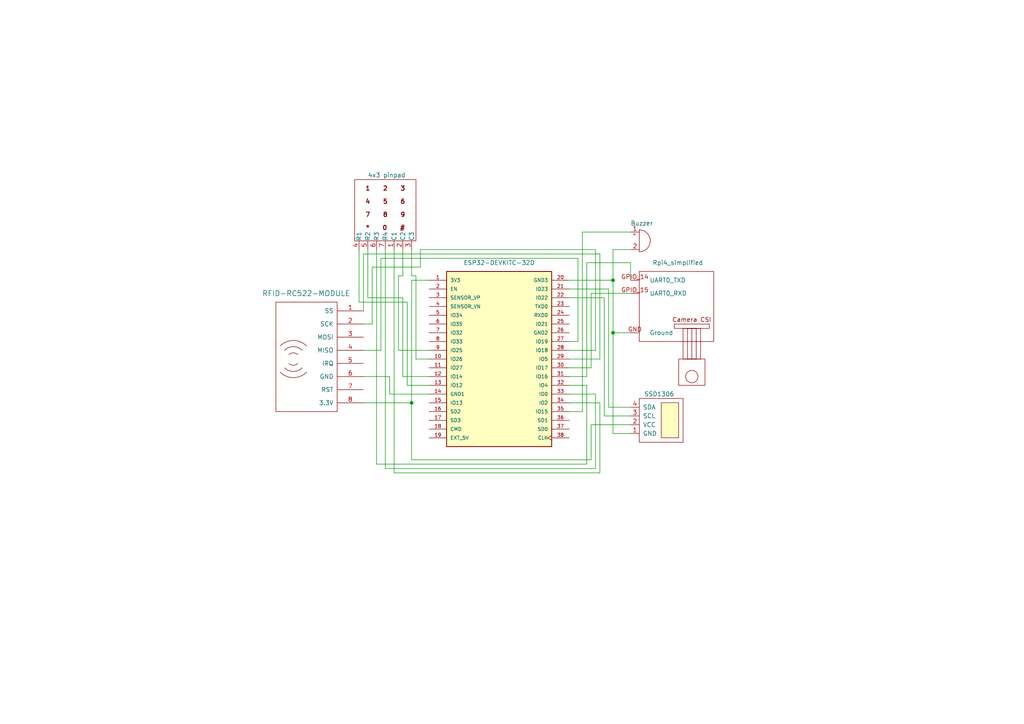
<source format=kicad_sch>
(kicad_sch (version 20211123) (generator eeschema)
  (paper "A4")
  (lib_symbols
    (symbol "Device:Buzzer" (pin_names (offset 0.0254) hide)
      (property "Reference" "BZ" (at 3.81 1.27 0))
      (property "Value" "Buzzer" (at 3.81 -1.27 0))
      (symbol "Buzzer_0_1"
        (arc (start 0 -3.175) (mid 3.175 0) (end 0 3.175))
        (polyline (pts (xy -1.651 1.905) (xy -1.143 1.905)))
        (polyline (pts (xy -1.397 2.159) (xy -1.397 1.651)))
        (polyline (pts (xy 0 3.175) (xy 0 -3.175)))
      )
      (symbol "Buzzer_1_1"
        (pin passive line (at -2.54 2.54 0) (length 2.54) (name "-") (number "1"))
        (pin passive line (at -2.54 -2.54 0) (length 2.54) (name "+") (number "2"))
      )
    )
    (symbol "ESP32-DEVKITC-32D:ESP32-DEVKITC-32D" (pin_names (offset 1.016))
      (property "Reference" "U" (at -15.2572 26.0643 0))
      (property "Value" "ESP32-DEVKITC-32D" (at -15.2563 -27.9698 0))
      (symbol "ESP32-DEVKITC-32D_0_0"
        (rectangle (start -15.24 -25.4) (end 15.24 25.4) (stroke (width 0.254)) (fill (type background)))
        (pin power_in line (at -20.32 22.86 0) (length 5.08) (name "3V3") (number "1"))
        (pin bidirectional line (at -20.32 0 0) (length 5.08) (name "IO26") (number "10"))
        (pin bidirectional line (at -20.32 -2.54 0) (length 5.08) (name "IO27") (number "11"))
        (pin bidirectional line (at -20.32 -5.08 0) (length 5.08) (name "IO14") (number "12"))
        (pin bidirectional line (at -20.32 -7.62 0) (length 5.08) (name "IO12") (number "13"))
        (pin power_in line (at -20.32 -10.16 0) (length 5.08) (name "GND1") (number "14"))
        (pin bidirectional line (at -20.32 -12.7 0) (length 5.08) (name "IO13") (number "15"))
        (pin bidirectional line (at -20.32 -15.24 0) (length 5.08) (name "SD2") (number "16"))
        (pin bidirectional line (at -20.32 -17.78 0) (length 5.08) (name "SD3") (number "17"))
        (pin bidirectional line (at -20.32 -20.32 0) (length 5.08) (name "CMD") (number "18"))
        (pin power_in line (at -20.32 -22.86 0) (length 5.08) (name "EXT_5V") (number "19"))
        (pin input line (at -20.32 20.32 0) (length 5.08) (name "EN") (number "2"))
        (pin power_in line (at 20.32 22.86 180) (length 5.08) (name "GND3") (number "20"))
        (pin bidirectional line (at 20.32 20.32 180) (length 5.08) (name "IO23") (number "21"))
        (pin bidirectional line (at 20.32 17.78 180) (length 5.08) (name "IO22") (number "22"))
        (pin output line (at 20.32 15.24 180) (length 5.08) (name "TXD0") (number "23"))
        (pin input line (at 20.32 12.7 180) (length 5.08) (name "RXD0") (number "24"))
        (pin bidirectional line (at 20.32 10.16 180) (length 5.08) (name "IO21") (number "25"))
        (pin power_in line (at 20.32 7.62 180) (length 5.08) (name "GND2") (number "26"))
        (pin bidirectional line (at 20.32 5.08 180) (length 5.08) (name "IO19") (number "27"))
        (pin bidirectional line (at 20.32 2.54 180) (length 5.08) (name "IO18") (number "28"))
        (pin bidirectional line (at 20.32 0 180) (length 5.08) (name "IO5") (number "29"))
        (pin input line (at -20.32 17.78 0) (length 5.08) (name "SENSOR_VP") (number "3"))
        (pin bidirectional line (at 20.32 -2.54 180) (length 5.08) (name "IO17") (number "30"))
        (pin bidirectional line (at 20.32 -5.08 180) (length 5.08) (name "IO16") (number "31"))
        (pin bidirectional line (at 20.32 -7.62 180) (length 5.08) (name "IO4") (number "32"))
        (pin bidirectional line (at 20.32 -10.16 180) (length 5.08) (name "IO0") (number "33"))
        (pin bidirectional line (at 20.32 -12.7 180) (length 5.08) (name "IO2") (number "34"))
        (pin bidirectional line (at 20.32 -15.24 180) (length 5.08) (name "IO15") (number "35"))
        (pin bidirectional line (at 20.32 -17.78 180) (length 5.08) (name "SD1") (number "36"))
        (pin bidirectional line (at 20.32 -20.32 180) (length 5.08) (name "SD0") (number "37"))
        (pin input clock (at 20.32 -22.86 180) (length 5.08) (name "CLK") (number "38"))
        (pin input line (at -20.32 15.24 0) (length 5.08) (name "SENSOR_VN") (number "4"))
        (pin bidirectional line (at -20.32 12.7 0) (length 5.08) (name "IO34") (number "5"))
        (pin bidirectional line (at -20.32 10.16 0) (length 5.08) (name "IO35") (number "6"))
        (pin bidirectional line (at -20.32 7.62 0) (length 5.08) (name "IO32") (number "7"))
        (pin bidirectional line (at -20.32 5.08 0) (length 5.08) (name "IO33") (number "8"))
        (pin bidirectional line (at -20.32 2.54 0) (length 5.08) (name "IO25") (number "9"))
      )
    )
    (symbol "pinpad:4x3 pinpad" (pin_names (offset 0.002))
      (property "Value" "4x3 pinpad" (at -5.08 0 0))
      (symbol "4x3 pinpad_0_0"
        (text "*    0    #" (at 0 -15.24 0) (effects (font (size 1.27 1.27) bold)))
        (text "1    2    3" (at 0 -3.81 0) (effects (font (size 1.27 1.27) bold)))
        (text "4    5    6" (at 0 -7.62 0) (effects (font (size 1.27 1.27) bold)))
        (text "7    8    9" (at 0 -11.43 0) (effects (font (size 1.27 1.27) bold)))
        (pin output line (at 2.54 -21.59 90) (length 2.54) (name "C1") (number "1"))
        (pin output line (at 5.08 -21.59 90) (length 2.54) (name "C2") (number "2"))
        (pin output line (at 7.62 -21.59 90) (length 2.54) (name "C3") (number "3"))
        (pin output line (at -7.62 -21.59 90) (length 2.54) (name "R1") (number "4"))
        (pin output line (at -5.08 -21.59 90) (length 2.54) (name "R2") (number "5"))
        (pin output line (at -2.54 -21.59 90) (length 2.54) (name "R3") (number "6"))
        (pin output line (at 0 -21.59 90) (length 2.54) (name "R4") (number "7"))
      )
      (symbol "4x3 pinpad_0_1"
        (rectangle (start -8.89 -1.27) (end 8.89 -19.05))
      )
    )
    (symbol "pinpad:RFID-RC522-MODULE" (pin_names (offset 1.016))
      (property "Value" "RFID-RC522-MODULE" (at 10.16 17.78 90))
      (symbol "RFID-RC522-MODULE_0_1"
        (rectangle (start -16.51 11.43) (end 15.24 -6.35))
        (arc (start -3.81 10.16) (mid -5.3875 6.35) (end -3.81 2.54))
        (arc (start -2.54 8.89) (mid -3.5921 6.35) (end -2.54 3.81))
        (arc (start -1.27 7.62) (mid -1.7956 6.35) (end -1.27 5.08))
        (arc (start 1.27 5.08) (mid 1.7956 6.35) (end 1.27 7.62))
        (arc (start 2.54 3.81) (mid 3.5921 6.35) (end 2.54 8.89))
        (arc (start 3.81 2.54) (mid 5.3876 6.35) (end 3.81 10.16))
      )
      (symbol "RFID-RC522-MODULE_1_1"
        (pin input line (at -13.97 -13.97 90) (length 7.62) (name "SS") (number "1"))
        (pin input line (at -10.16 -13.97 90) (length 7.62) (name "SCK") (number "2"))
        (pin input line (at -6.35 -13.97 90) (length 7.62) (name "MOSI") (number "3"))
        (pin input line (at -2.54 -13.97 90) (length 7.62) (name "MISO") (number "4"))
        (pin input line (at 1.27 -13.97 90) (length 7.62) (name "IRQ") (number "5"))
        (pin input line (at 5.08 -13.97 90) (length 7.62) (name "GND") (number "6"))
        (pin input line (at 8.89 -13.97 90) (length 7.62) (name "RST") (number "7"))
        (pin input line (at 12.7 -13.97 90) (length 7.62) (name "3.3V") (number "8"))
      )
    )
    (symbol "pinpad:Rpi4_simplified" (pin_names (offset 3))
      (property "Value" "Rpi4_simplified" (at 0 1.27 0))
      (symbol "Rpi4_simplified_0_0"
        (polyline (pts (xy 2.54 -17.78) (xy 2.54 -26.67) (xy 7.62 -26.67) (xy 7.62 -17.78) (xy 2.54 -17.78)))
        (polyline (pts (xy 3.81 -26.67) (xy 3.81 -17.78) (xy 6.35 -17.78) (xy 6.35 -26.67) (xy 3.81 -26.67) (xy 5.08 -26.67) (xy 5.08 -17.78)))
        (rectangle (start 1.27 -26.67) (end 8.89 -34.29))
        (circle (center 5.08 -31.75) (radius 1.7961))
        (text "Camera CSI" (at 5.08 -15.24 0) (effects (font (size 1.27 1.27))))
        (pin unspecified line (at -12.7 -19.05 0) (length 2.54) (name "Ground") (number "GND"))
        (pin output line (at -12.7 -3.81 0) (length 2.54) (name "UART0_TXD") (number "GPIO_14"))
        (pin input line (at -12.7 -7.62 0) (length 2.54) (name "UART0_RXD") (number "GPIO_15"))
      )
      (symbol "Rpi4_simplified_0_1"
        (rectangle (start -10.16 -1.27) (end 11.43 -21.59))
        (rectangle (start 0 -16.51) (end 10.16 -17.78))
      )
    )
    (symbol "ssd1306:SSD1306" (pin_names (offset 1.016))
      (property "Reference" "Brd?" (at 7.62 1.2701 0))
      (property "Value" "SSD1306" (at 7.62 -1.2699 0))
      (symbol "SSD1306_0_1"
        (rectangle (start -6.35 6.35) (end 6.35 -6.35))
        (rectangle (start -5.08 0) (end 5.08 -5.08) (fill (type background)))
        (rectangle (start 0 -3.81) (end 0 -3.81))
      )
      (symbol "SSD1306_1_1"
        (pin input line (at -3.81 8.89 270) (length 2.54) (name "GND") (number "1"))
        (pin input line (at -1.27 8.89 270) (length 2.54) (name "VCC") (number "2"))
        (pin input line (at 1.27 8.89 270) (length 2.54) (name "SCL") (number "3"))
        (pin input line (at 3.81 8.89 270) (length 2.54) (name "SDA") (number "4"))
      )
    )
  )
  (junction (at 119.38 116.84))
  (junction (at 177.8 81.28))
  (junction (at 177.8 96.52))
  (wire (pts (xy 111.76 72.39) (xy 111.76 135.89)))
  (wire (pts (xy 116.84 109.22) (xy 124.46 109.22)))
  (wire (pts (xy 182.88 85.09) (xy 171.45 85.09)))
  (wire (pts (xy 168.91 67.31) (xy 182.88 67.31)))
  (wire (pts (xy 109.22 72.39) (xy 109.22 134.62)))
  (wire (pts (xy 165.1 109.22) (xy 170.18 109.22)))
  (wire (pts (xy 167.64 74.93) (xy 167.64 99.06)))
  (wire (pts (xy 165.1 99.06) (xy 167.64 99.06)))
  (wire (pts (xy 182.88 120.65) (xy 175.26 120.65)))
  (wire (pts (xy 105.41 73.66) (xy 173.99 73.66)))
  (wire (pts (xy 173.99 137.16) (xy 173.99 116.84)))
  (wire (pts (xy 165.1 101.6) (xy 172.72 101.6)))
  (wire (pts (xy 116.84 80.01) (xy 115.57 80.01)))
  (wire (pts (xy 106.68 72.39) (xy 106.68 86.36)))
  (wire (pts (xy 105.41 101.6) (xy 110.49 101.6)))
  (wire (pts (xy 115.57 101.6) (xy 124.46 101.6)))
  (wire (pts (xy 114.3 72.39) (xy 114.3 137.16)))
  (wire (pts (xy 182.88 118.11) (xy 176.53 118.11)))
  (wire (pts (xy 170.18 76.2) (xy 170.18 109.22)))
  (wire (pts (xy 173.99 73.66) (xy 173.99 104.14)))
  (wire (pts (xy 168.91 119.38) (xy 168.91 67.31)))
  (wire (pts (xy 119.38 80.01) (xy 120.65 80.01)))
  (wire (pts (xy 115.57 80.01) (xy 115.57 101.6)))
  (wire (pts (xy 121.92 77.47) (xy 107.95 77.47)))
  (wire (pts (xy 165.1 83.82) (xy 176.53 83.82)))
  (wire (pts (xy 182.88 125.73) (xy 177.8 125.73)))
  (wire (pts (xy 119.38 116.84) (xy 119.38 81.28)))
  (wire (pts (xy 172.72 114.3) (xy 165.1 114.3)))
  (wire (pts (xy 165.1 106.68) (xy 171.45 106.68)))
  (wire (pts (xy 175.26 120.65) (xy 175.26 86.36)))
  (wire (pts (xy 114.3 137.16) (xy 173.99 137.16)))
  (wire (pts (xy 177.8 96.52) (xy 182.88 96.52)))
  (wire (pts (xy 165.1 116.84) (xy 173.99 116.84)))
  (wire (pts (xy 116.84 86.36) (xy 116.84 109.22)))
  (wire (pts (xy 177.8 72.39) (xy 177.8 81.28)))
  (wire (pts (xy 177.8 96.52) (xy 177.8 81.28)))
  (wire (pts (xy 105.41 93.98) (xy 107.95 93.98)))
  (wire (pts (xy 177.8 125.73) (xy 177.8 96.52)))
  (wire (pts (xy 110.49 101.6) (xy 110.49 74.93)))
  (wire (pts (xy 182.88 72.39) (xy 177.8 72.39)))
  (wire (pts (xy 107.95 77.47) (xy 107.95 93.98)))
  (wire (pts (xy 105.41 116.84) (xy 119.38 116.84)))
  (wire (pts (xy 170.18 134.62) (xy 170.18 111.76)))
  (wire (pts (xy 172.72 135.89) (xy 172.72 114.3)))
  (wire (pts (xy 182.88 123.19) (xy 171.45 123.19)))
  (wire (pts (xy 109.22 134.62) (xy 170.18 134.62)))
  (wire (pts (xy 113.03 114.3) (xy 124.46 114.3)))
  (wire (pts (xy 165.1 86.36) (xy 175.26 86.36)))
  (wire (pts (xy 177.8 81.28) (xy 165.1 81.28)))
  (wire (pts (xy 119.38 133.35) (xy 119.38 116.84)))
  (wire (pts (xy 119.38 72.39) (xy 119.38 80.01)))
  (wire (pts (xy 119.38 81.28) (xy 124.46 81.28)))
  (wire (pts (xy 171.45 133.35) (xy 119.38 133.35)))
  (wire (pts (xy 120.65 80.01) (xy 120.65 104.14)))
  (wire (pts (xy 110.49 74.93) (xy 167.64 74.93)))
  (wire (pts (xy 120.65 104.14) (xy 124.46 104.14)))
  (wire (pts (xy 118.11 87.63) (xy 118.11 111.76)))
  (wire (pts (xy 118.11 111.76) (xy 124.46 111.76)))
  (wire (pts (xy 111.76 135.89) (xy 172.72 135.89)))
  (wire (pts (xy 105.41 90.17) (xy 105.41 73.66)))
  (wire (pts (xy 172.72 101.6) (xy 172.72 72.39)))
  (wire (pts (xy 182.88 81.28) (xy 182.88 76.2)))
  (wire (pts (xy 165.1 119.38) (xy 168.91 119.38)))
  (wire (pts (xy 176.53 118.11) (xy 176.53 83.82)))
  (wire (pts (xy 113.03 109.22) (xy 113.03 114.3)))
  (wire (pts (xy 171.45 85.09) (xy 171.45 106.68)))
  (wire (pts (xy 172.72 72.39) (xy 121.92 72.39)))
  (wire (pts (xy 165.1 111.76) (xy 170.18 111.76)))
  (wire (pts (xy 165.1 104.14) (xy 173.99 104.14)))
  (wire (pts (xy 106.68 86.36) (xy 116.84 86.36)))
  (wire (pts (xy 171.45 123.19) (xy 171.45 133.35)))
  (wire (pts (xy 182.88 76.2) (xy 170.18 76.2)))
  (wire (pts (xy 121.92 72.39) (xy 121.92 77.47)))
  (wire (pts (xy 105.41 109.22) (xy 113.03 109.22)))
  (wire (pts (xy 116.84 72.39) (xy 116.84 80.01)))
  (wire (pts (xy 104.14 72.39) (xy 104.14 87.63)))
  (wire (pts (xy 104.14 87.63) (xy 118.11 87.63)))
  (symbol (lib_id "Device:Buzzer") (at 185.42 69.85 0) (unit 1)
    (property "Reference" "BZ?" (effects hide))
    (property "Value" "Buzzer" (at 182.88 64.77 0) (effects (justify left)))
  )
  (symbol (lib_id "ESP32-DEVKITC-32D:ESP32-DEVKITC-32D") (at 144.78 104.14 0) (unit 1)
    (property "Reference" "U?" (effects hide))
    (property "Value" "ESP32-DEVKITC-32D" (at 144.78 76.2 0))
    (property "Footprint" "MODULE_ESP32-DEVKITC-32D" (effects hide))
    (property "MANUFACTURER" "Espressif Systems" (effects hide))
    (property "PARTREV" "4" (effects hide))
  )
  (symbol (lib_id "pinpad:Rpi4_simplified") (at 195.58 77.47 0) (unit 1)
    (property "Reference" "U?" (effects hide))
    (property "Value" "Rpi4_simplified" (at 189.23 76.2 0) (effects (justify left)))
  )
  (symbol (lib_id "pinpad:RFID-RC522-MODULE") (at 91.44 104.14 90) (mirror x) (unit 1)
    (property "Reference" "P?" (effects hide))
    (property "Value" "RFID-RC522-MODULE" (at 101.6 85.09 90) (effects (font (size 1.524 1.524)) (justify left)))
  )
  (symbol (lib_id "pinpad:4x3 pinpad") (at 111.76 50.8 0) (unit 1)
    (property "Reference" "U?" (effects hide))
    (property "Value" "4x3 pinpad" (at 106.68 50.8 0) (effects (justify left)))
  )
  (symbol (lib_id "ssd1306:SSD1306") (at 191.77 121.92 90) (unit 1)
    (property "Reference" "Brd?" (effects hide))
    (property "Value" "SSD1306" (at 195.58 114.3 90) (effects (justify left)))
  )
)
</source>
